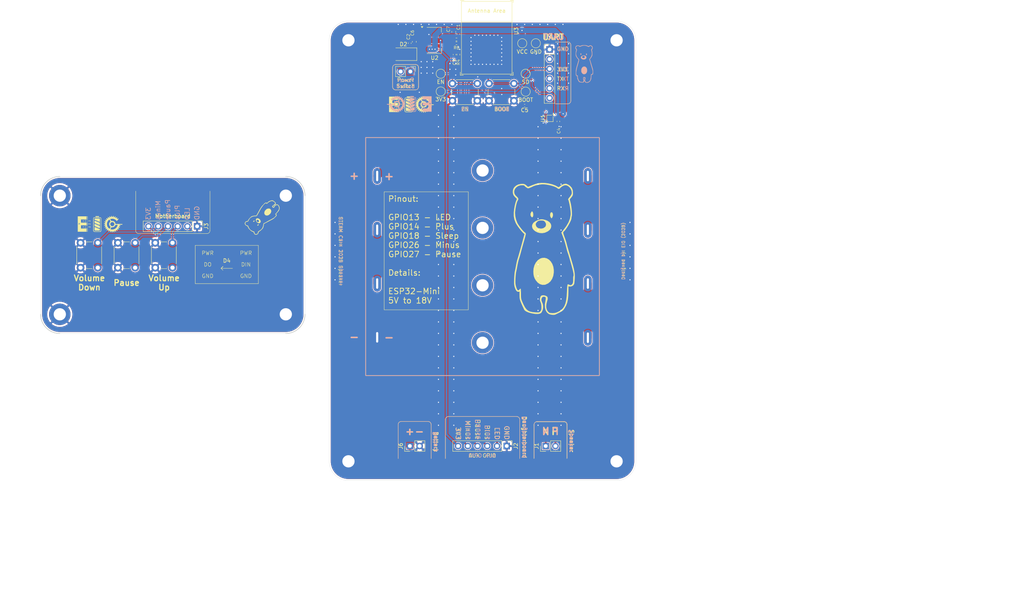
<source format=kicad_pcb>
(kicad_pcb (version 20241229) (generator "pcbnew") (generator_version "9.0")
  (layers (0 "F.Cu" signal) (2 "B.Cu" signal) (13 "F.Paste" user) (15 "B.Paste" user) (5 "F.SilkS" user "F.Silkscreen") (7 "B.SilkS" user "B.Silkscreen") (1 "F.Mask" user) (3 "B.Mask" user) (25 "Edge.Cuts" user))
  (net 0 "")
  (net 1 "GND")
  (net 2 "+3V3")
  (net 3 "VCC")
  (net 4 "/EN")
  (net 5 "Net-(J1-Pin_2)")
  (net 6 "Net-(J1-Pin_1)")
  (net 7 "+BATT")
  (net 8 "/RXD")
  (net 9 "/TXD")
  (net 10 "/BOOT0")
  (net 11 "/SLEEP")
  (net 13 "/BCLK")
  (net 14 "/DIN")
  (net 15 "/WS")
  (net 32 "Net-(U3-SENSOR_VP{slash}GPIO36{slash}ADC1_CH0)")
  (net 34 "/AUX_2")
  (net 35 "/AUX_3")
  (net 36 "/AUX_1")
  (net 37 "/AUX_4")
  (net 38 "Net-(D2-A)")
  (net 39 "/Plus")
  (net 40 "/Minus")
  (net 42 "/Pause")
  (net 43 "/LED")
  (net 46 "unconnected-(U3-GPIO2{slash}ADC2_CH2-Pad20)")
  (net 47 "Net-(H7-Pad1)")
  (net 48 "Net-(H10-Pad1)")
  (net 49 "Net-(H11-Pad1)")
  (footprint "MountingHole:MountingHole_2.7mm_Slot" (layer "F.Cu") (at 113 109.97 90)
    (property "Reference" "H8" (hide yes))
    (property "Value" "MountingHole_Pad")
  )
  (footprint "TestPoint:TestPoint_Pad_D2.0mm" (layer "F.Cu") (at 151.76 59.83)
    (property "Reference" "TP2" (hide yes))
    (property "Value" "BOOT")
  )
  (footprint "Capacitor_SMD:C_0603_1608Metric" (layer "F.Cu") (at 133 44.225 90)
    (property "Reference" "C7")
    (property "Value" "10uF")
  )
  (footprint "Connector_PinHeader_2.54mm:PinHeader_1x02_P2.54mm_Vertical" (layer "F.Cu") (at 156.995 152.425 90)
    (property "Reference" "J1")
    (property "Value" "SPK_L")
  )
  (footprint "MountingHole:MountingHole_2.7mm_Slot" (layer "F.Cu") (at 168 109.97 90)
    (property "Reference" "H11" (hide yes))
    (property "Value" "MountingHole_Pad")
  )
  (footprint "footprints:EIG" (layer "F.Cu") (at 34.819437 92.374175)
    (property "Reference" "REF**" (hide yes))
    (property "Value" "EIG" (hide yes))
  )
  (footprint "MountingHole:MountingHole_3.2mm_M3_DIN965_Pad" (layer "F.Cu") (at 105.5 156.415)
    (property "Reference" "H3" (hide yes))
    (property "Value" "MountingHole_Pad" (hide yes))
  )
  (footprint "Connector_PinHeader_2.54mm:PinHeader_1x06_P2.54mm_Vertical" (layer "F.Cu") (at 146.82 152.415 -90)
    (property "Reference" "J2")
    (property "Value" "Conn_01x06_Pin")
  )
  (footprint "Button_Switch_THT:SW_PUSH_6mm_H5mm" (layer "F.Cu") (at 55.07 105.83 90)
    (property "Reference" "+1")
    (property "Value" "SW_Push")
  )
  (footprint "TestPoint:TestPoint_Pad_D2.0mm" (layer "F.Cu") (at 154.42 47.2)
    (property "Reference" "TP6" (hide yes))
    (property "Value" "GND")
  )
  (footprint "MountingHole:MountingHole_2.7mm_Slot" (layer "F.Cu") (at 113 95.92 90)
    (property "Reference" "H7" (hide yes))
    (property "Value" "MountingHole_Pad")
  )
  (footprint "MountingHole:MountingHole_3.2mm_M3_DIN965_Pad" (layer "F.Cu") (at 89.15 87.01)
    (property "Reference" "H2" (hide yes))
    (property "Value" "MountingHole_Pad" (hide yes))
  )
  (footprint "Capacitor_SMD:C_0603_1608Metric" (layer "F.Cu") (at 122.7 46.8 90)
    (property "Reference" "C6")
    (property "Value" "10uF")
  )
  (footprint "Button_Switch_THT:SW_PUSH_6mm_H5mm" (layer "F.Cu") (at 132.64 57.71)
    (property "Reference" "SW1")
    (property "Value" "EN")
  )
  (footprint "Button_Switch_THT:SW_PUSH_6mm_H5mm" (layer "F.Cu") (at 142.2 57.71)
    (property "Reference" "SW2")
    (property "Value" "BOOT")
  )
  (footprint "Capacitor_SMD:C_0402_1005Metric" (layer "F.Cu") (at 151.5 63.5)
    (property "Reference" "C5")
    (property "Value" "1uF")
  )
  (footprint "Capacitor_SMD:C_0402_1005Metric" (layer "F.Cu") (at 134.2 44.8 90)
    (property "Reference" "C1")
    (property "Value" "1uF")
  )
  (footprint "Connector_PinHeader_2.54mm:PinHeader_1x02_P2.54mm_Vertical" (layer "F.Cu") (at 121.665 54.57 -90)
    (property "Reference" "J4" (hide yes))
    (property "Value" "SW" (hide yes))
  )
  (footprint "MountingHole:MountingHole_2.7mm_Slot" (layer "F.Cu") (at 168 81.87 90)
    (property "Reference" "H9" (hide yes))
    (property "Value" "MountingHole_Pad")
  )
  (footprint "Resistor_SMD:R_0402_1005Metric" (layer "F.Cu") (at 133.7 47.2 180)
    (property "Reference" "R6")
    (property "Value" "10K")
  )
  (footprint "MountingHole:MountingHole_3.2mm_M3_DIN965_Pad" (layer "F.Cu") (at 140.51 80.435)
    (property "Reference" "REF**" (hide yes))
    (property "Value" "MountingHole_3.2mm_M3_DIN965_Pad")
  )
  (footprint "MountingHole:MountingHole_3.2mm_M3_DIN965_Pad" (layer "F.Cu") (at 140.51 110.435)
    (property "Reference" "REF**" (hide yes))
    (property "Value" "MountingHole_3.2mm_M3_DIN965_Pad")
  )
  (footprint "Package_BGA:WLP-9_1.448x1.468mm_Layout3x3_P0.4mm_Ball0.27mm_Pad0.25mm" (layer "F.Cu") (at 158.1 66.817817 -90)
    (property "Reference" "U1")
    (property "Value" "MAX98357A")
  )
  (footprint "TestPoint:TestPoint_Pad_D2.0mm" (layer "F.Cu") (at 129.58 55.15)
    (property "Reference" "TP3" (hide yes))
    (property "Value" "EN")
  )
  (footprint "TestPoint:TestPoint_Pad_D2.0mm" (layer "F.Cu") (at 150.87 47.2)
    (property "Reference" "TP5" (hide yes))
    (property "Value" "VCC")
  )
  (footprint "Resistor_SMD:R_0402_1005Metric" (layer "F.Cu") (at 134.2 50.15 -90)
    (property "Reference" "R4")
    (property "Value" "5K1")
  )
  (footprint "Connector_PinHeader_2.54mm:PinHeader_1x02_P2.54mm_Vertical" (layer "F.Cu") (at 121.535 152.415 90)
    (property "Reference" "J6")
    (property "Value" "BATT")
  )
  (footprint "LOGO" (layer "F.Cu") (at 83.15 92.51 135)
    (property "Reference" "G***" (hide yes))
    (property "Value" "LOGO" (hide yes))
  )
  (footprint "MountingHole:MountingHole_2.7mm_Slot" (layer "F.Cu") (at 113 81.87 90)
    (property "Reference" "H5" (hide yes))
    (property "Value" "MountingHole_Pad")
  )
  (footprint "MountingHole:MountingHole_3.2mm_M3_DIN965_Pad" (layer "F.Cu") (at 89.15 118.01)
    (property "Reference" "H4" (hide yes))
    (property "Value" "MountingHole_Pad" (hide yes))
  )
  (footprint "MountingHole:MountingHole_3.2mm_M3_DIN965_Pad" (layer "F.Cu") (at 140.51 125.435)
    (property "Reference" "REF**" (hide yes))
    (property "Value" "MountingHole_3.2mm_M3_DIN965_Pad")
  )
  (footprint "footprints:EIG" (layer "F.Cu") (at 116.089437 61.104175)
    (property "Reference" "REF**" (hide yes))
    (property "Value" "EIG" (hide yes))
  )
  (footprint "Diode_SMD:D_SMA" (layer "F.Cu") (at 119.85 50.05 180)
    (property "Reference" "D2")
    (property "Value" "SS14")
  )
  (footprint "MountingHole:MountingHole_3.2mm_M3_DIN965_Pad" (layer "F.Cu") (at 105.5 46.415)
    (property "Reference" "H1" (hide yes))
    (property "Value" "MountingHole_Pad" (hide yes))
  )
  (footprint "MountingHole:MountingHole_2.7mm_Slot" (layer "F.Cu") (at 168 95.92 90)
    (property "Reference" "H10" (hide yes))
    (property "Value" "MountingHole_Pad")
  )
  (footprint "Capacitor_SMD:C_0402_1005Metric" (layer "F.Cu") (at 121.5 47.18 90)
    (property "Reference" "C2")
    (property "Value" "1uF")
  )
  (footprint "Connector_PinHeader_2.54mm:PinHeader_1x06_P2.54mm_Vertical" (layer "F.Cu") (at 66 95.01 -90)
    (property "Reference" "J3")
    (property "Value" "Conn_01x06_Pin")
  )
  (footprint "Capacitor_SMD:C_0402_1005Metric" (layer "F.Cu") (at 160.3 67.617817 -90)
    (property "Reference" "C4")
    (property "Value" "0.1uF")
  )
  (footprint "Button_Switch_THT:SW_PUSH_6mm_H5mm" (layer "F.Cu") (at 45.32 105.83 90)
    (property "Reference" "Pause1")
    (property "Value" "SW_Push")
  )
  (footprint "Connector_PinHeader_2.54mm:PinHeader_1x06_P2.54mm_Vertical" (layer "F.Cu") (at 158 48.806)
    (property "Reference" "J7" (hide yes))
    (property "Value" "Conn_01x06_Pin")
  )
  (footprint "" (layer "F.Cu") (at 30.15 118.01)
    (property "Reference" "")
    (property "Value" "")
  )
  (footprint "MountingHole:MountingHole_3.2mm_M3_DIN965_Pad" (layer "F.Cu") (at 140.51 95.435)
    (property "Reference" "REF**" (hide yes))
    (property "Value" "MountingHole_3.2mm_M3_DIN965_Pad")
  )
  (footprint "LED_SMD:2812b 60pm" (layer "F.Cu") (at 73.75 105)
    (property "Reference" "D4")
    (property "Value" "WS2812B")
  )
  (footprint "TestPoint:TestPoint_Pad_D2.0mm" (layer "F.Cu") (at 129.58 59.79)
    (property "Reference" "TP4" (hide yes))
    (property "Value" "3V3")
  )
  (footprint "TestPoint:TestPoint_Pad_D2.0mm" (layer "F.Cu") (at 151.76 55.16)
    (property "Reference" "TP1" (hide yes))
    (property "Value" "SD")
  )
  (footprint "Button_Switch_THT:SW_PUSH_6mm_H5mm" (layer "F.Cu") (at 35.57 105.83 90)
    (property "Reference" "-1")
    (property "Value" "SW_Push")
  )
  (footprint "MountingHole:MountingHole_2.7mm_Slot" (layer "F.Cu") (at 113 124.02 90)
    (property "Reference" "H6" (hide yes))
    (property "Value" "MountingHole_Pad")
  )
  (footprint "MountingHole:MountingHole_3.2mm_M3_DIN965_Pad" (layer "F.Cu") (at 175.5 156.415)
    (property "Reference" "H4" (hide yes))
    (property "Value" "MountingHole_Pad" (hide yes))
  )
  (footprint "Capacitor_SMD:C_0402_1005Metric" (layer "F.Cu") (at 133.2 50.15 -90)
    (property "Reference" "C3")
    (property "Value" "1uF")
  )
  (footprint "MountingHole:MountingHole_2.7mm_Slot" (layer "F.Cu") (at 168 124.12 90)
    (property "Reference" "H12" (hide yes))
    (property "Value" "MountingHole_Pad")
  )
  (footprint "MountingHole:MountingHole_3.2mm_M3_DIN965_Pad" (layer "F.Cu") (at 175.5 46.415)
    (property "Reference" "H2" (hide yes))
    (property "Value" "MountingHole_Pad" (hide yes))
  )
  (footprint "Package_TO_SOT_SMD:SOT-223-3_TabPin2" (layer "F.Cu") (at 127.85 46.45)
    (property "Reference" "U2")
    (property "Value" "LDL1117S33TR_SOT223")
  )
  (footprint "Resistor_SMD:R_0402_1005Metric" (layer "F.Cu") (at 133.7 46.2)
    (property "Reference" "R5" (hide yes))
    (property "Value" "10K")
  )
  (footprint "" (layer "F.Cu") (at 30.15 87.01)
    (property "Reference" "")
    (property "Value" "")
  )
  (footprint "PCM_Espressif:ESP32-MINI-1" (layer "F.Cu") (at 141.6 48.45)
    (property "Reference" "U3")
    (property "Value" "ESP32" (hide yes))
  )
  (footprint "LOGO" (layer "B.Cu") (at 167 52.5 180)
    (property "Reference" "G***" (hide yes))
    (property "Value" "LOGO" (hide yes))
  )
  (footprint "footprints:Bear_40" (layer "B.Cu") (at 154.219893 98.306022 180)
    (property "Reference" "G***" (hide yes))
    (property "Value" "LOGO" (hide yes))
  )
  (footprint "footprints:EIG" (layer "B.Cu") (at 127.220563 61.004175 180)
    (property "Reference" "REF**" (hide yes))
    (property "Value" "EIG" (hide yes))
  )
  (gr_line (start 162.53 155.705) (end 162.53 146.885) (stroke (width 0.1)) (layer "F.SilkS"))
  (gr_arc (start 122.9743 52.76) (mid 123.539985 52.994315) (end 123.7743 53.56) (stroke (width 0.1)) (layer "F.SilkS"))
  (gr_arc (start 123.7743 58.58) (mid 123.539985 59.145685) (end 122.9743 59.38) (stroke (width 0.1)) (layer "F.SilkS"))
  (gr_line (start 162.74 46.89) (end 159.52 46.89) (stroke (width 0.1)) (layer "F.SilkS"))
  (gr_arc (start 130.82 145.515) (mid 131.054315 144.949315) (end 131.62 144.715) (stroke (width 0.1)) (layer "F.SilkS"))
  (gr_line (start 150.22 145.515) (end 150.22 155.705) (stroke (width 0.1)) (layer "F.SilkS"))
  (gr_line (start 159.52 63.024315) (end 162.74 63.024315) (stroke (width 0.1)) (layer "F.SilkS"))
  (gr_line (start 123.774315 53.56) (end 123.774315 58.58) (stroke (width 0.1)) (layer "F.SilkS"))
  (gr_line (start 49.96 96.12) (end 49.96 85.82) (stroke (width 0.1)) (layer "F.SilkS"))
  (gr_line (start 118.475 146.815) (end 118.475 155.705) (stroke (width 0.1)) (layer "F.SilkS"))
  (gr_arc (start 50.76 96.92) (mid 50.194315 96.685685) (end 49.96 96.12) (stroke (width 0.1)) (layer "F.SilkS"))
  (gr_arc (start 162.74 46.89) (mid 163.305685 47.124315) (end 163.54 47.69) (stroke (width 0.1)) (layer "F.SilkS"))
  (gr_arc (start 117.805686 59.38) (mid 117.240001 59.145685) (end 117.005686 58.58) (stroke (width 0.1)) (layer "F.SilkS"))
  (gr_line (start 122.9743 59.38) (end 117.8057 59.38) (stroke (width 0.1)) (layer "F.SilkS"))
  (gr_arc (start 117.0057 53.56) (mid 117.240015 52.994315) (end 117.8057 52.76) (stroke (width 0.1)) (layer "F.SilkS"))
  (gr_line (start 126.275 146.015) (end 119.275 146.015) (stroke (width 0.1)) (layer "F.SilkS"))
  (gr_line (start 161.73 146.085) (end 154.73 146.085) (stroke (width 0.1)) (layer "F.SilkS"))
  (gr_arc (start 69.36 96.12) (mid 69.125685 96.685685) (end 68.56 96.92) (stroke (width 0.1)) (layer "F.SilkS"))
  (gr_line (start 153.93 146.885) (end 153.93 155.705) (stroke (width 0.1)) (layer "F.SilkS"))
  (gr_line (start 69.36 85.82) (end 69.36 96.12) (stroke (width 0.1)) (layer "F.SilkS"))
  (gr_line (start 117.0057 53.56) (end 117.005686 58.58) (stroke (width 0.1)) (layer "F.SilkS"))
  (gr_line (start 127.08 155.705) (end 127.08 146.815) (stroke (width 0.1)) (layer "F.SilkS"))
  (gr_arc (start 161.73 146.085) (mid 162.295685 146.319315) (end 162.53 146.885) (stroke (width 0.1)) (layer "F.SilkS"))
  (gr_arc (start 118.475 146.815) (mid 118.709315 146.249315) (end 119.275 146.015) (stroke (width 0.1)) (layer "F.SilkS"))
  (gr_arc (start 153.93 146.885) (mid 154.164315 146.319315) (end 154.73 146.085) (stroke (width 0.1)) (layer "F.SilkS"))
  (gr_arc (start 126.275 146.015) (mid 126.840685 146.249315) (end 127.075 146.815) (stroke (width 0.1)) (layer "F.SilkS"))
  (gr_arc (start 149.42 144.715) (mid 149.985685 144.949315) (end 150.22 145.515) (stroke (width 0.1)) (layer "F.SilkS"))
  (gr_line (start 68.56 96.92) (end 50.76 96.92) (stroke (width 0.1)) (layer "F.SilkS"))
  (gr_line (start 163.54 62.224315) (end 163.54 47.69) (stroke (width 0.1)) (layer "F.SilkS"))
  (gr_arc (start 163.54 62.224315) (mid 163.305685 62.79) (end 162.74 63.024315) (stroke (width 0.1)) (layer "F.SilkS"))
  (gr_line (start 131.62 144.715) (end 149.42 144.715) (stroke (width 0.1)) (layer "F.SilkS"))
  (gr_line (start 122.9743 52.76) (end 117.8057 52.76) (stroke (width 0.1)) (layer "F.SilkS"))
  (gr_line (start 130.82 155.705) (end 130.82 145.515) (stroke (width 0.1)) (layer "F.SilkS"))
  (gr_line (start 154.8 145.99) (end 161.8 145.99) (stroke (width 0.1)) (layer "B.SilkS"))
  (gr_arc (start 161.8 145.99) (mid 162.365685 146.224315) (end 162.6 146.79) (stroke (width 0.1)) (layer "B.SilkS"))
  (gr_arc (start 126.3 146) (mid 126.865685 146.234315) (end 127.1 146.8) (stroke (width 0.1)) (layer "B.SilkS"))
  (gr_arc (start 117.865699 59.334315) (mid 117.300011 59.100001) (end 117.065699 58.534315) (stroke (width 0.1)) (layer "B.SilkS"))
  (gr_line (start 162.785685 63) (end 159.565685 63) (stroke (width 0.1)) (layer "B.SilkS"))
  (gr_arc (start 118.495 146.8) (mid 118.729315 146.234315) (end 119.295 146) (stroke (width 0.1)) (layer "B.SilkS"))
  (gr_line (start 154 155.61) (end 154 146.79) (stroke (width 0.1)) (layer "B.SilkS"))
  (gr_line (start 119.3 146) (end 126.3 146) (stroke (width 0.1)) (layer "B.SilkS"))
  (gr_line (start 163.585685 47.665685) (end 163.585685 62.2) (stroke (width 0.1)) (layer "B.SilkS"))
  (gr_arc (start 149.4 144.7) (mid 149.965685 144.934315) (end 150.2 145.5) (stroke (width 0.1)) (layer "B.SilkS"))
  (gr_line (start 117.865699 59.334315) (end 123.034299 59.334315) (stroke (width 0.1)) (layer "B.SilkS"))
  (gr_line (start 130.8 145.5) (end 130.8 155.69) (stroke (width 0.1)) (layer "B.SilkS"))
  (gr_line (start 150.2 155.69) (end 150.2 145.5) (stroke (width 0.1)) (layer "B.SilkS"))
  (gr_line (start 159.565685 46.865685) (end 162.785685 46.865685) (stroke (width 0.1)) (layer "B.SilkS"))
  (gr_arc (start 162.785685 46.865685) (mid 163.35137 47.1) (end 163.585685 47.665685) (stroke (width 0.1)) (layer "B.SilkS"))
  (gr_arc (start 123.034299 52.714315) (mid 123.599984 52.94863) (end 123.834299 53.514315) (stroke (width 0.1)) (layer "B.SilkS"))
  (gr_line (start 162.6 146.79) (end 162.6 155.61) (stroke (width 0.1)) (layer "B.SilkS"))
  (gr_arc (start 123.834313 58.534315) (mid 123.599998 59.1) (end 123.034313 59.334315) (stroke (width 0.1)) (layer "B.SilkS"))
  (gr_line (start 117.865699 52.714315) (end 123.034299 52.714315) (stroke (width 0.1)) (layer "B.SilkS"))
  (gr_line (start 149.4 144.7) (end 131.6 144.7) (stroke (width 0.1)) (layer "B.SilkS"))
  (gr_arc (start 130.8 145.5) (mid 131.034315 144.934315) (end 131.6 144.7) (stroke (width 0.1)) (layer "B.SilkS"))
  (gr_line (start 127.1 146.8) (end 127.1 155.69) (stroke (width 0.1)) (layer "B.SilkS"))
  (gr_line (start 117.065684 53.514315) (end 117.065684 58.534315) (stroke (width 0.1)) (layer "B.SilkS"))
  (gr_arc (start 163.585685 62.2) (mid 163.35137 62.765685) (end 162.785685 63) (stroke (width 0.1)) (layer "B.SilkS"))
  (gr_rect (start 110 71.83) (end 171 134) (stroke (width 0.2)) (fill no) (layer "B.SilkS"))
  (gr_line (start 123.834299 53.514315) (end 123.834313 58.534315) (stroke (width 0.1)) (layer "B.SilkS"))
  (gr_line (start 118.495 155.69) (end 118.495 146.8) (stroke (width 0.1)) (layer "B.SilkS"))
  (gr_arc (start 154 146.79) (mid 154.234315 146.224315) (end 154.8 145.99) (stroke (width 0.1)) (layer "B.SilkS"))
  (gr_arc (start 117.065699 53.514315) (mid 117.300008 52.94862) (end 117.865699 52.714315) (stroke (width 0.1)) (layer "B.SilkS"))
  (gr_arc (start 175.5 41.415) (mid 179.035534 42.879466) (end 180.5 46.415) (stroke (width 0.05)) (layer "Edge.Cuts"))
  (gr_line (start 105.5 161.415) (end 175.5 161.415) (stroke (width 0.05)) (layer "Edge.Cuts"))
  (gr_arc (start 100.5 46.415) (mid 101.964466 42.879466) (end 105.5 41.415) (stroke (width 0.05)) (layer "Edge.Cuts"))
  (gr_line (start 100.5 46.415) (end 100.5 156.415) (stroke (width 0.05)) (layer "Edge.Cuts"))
  (gr_arc (start 105.5 161.415) (mid 101.964466 159.950534) (end 100.5 156.415) (stroke (width 0.05)) (layer "Edge.Cuts"))
  (gr_arc (start 94.15 118.01) (mid 92.685534 121.545534) (end 89.15 123.01) (stroke (width 0.2)) (layer "Edge.Cuts"))
  (gr_line (start 175.5 41.415) (end 105.5 41.415) (stroke (width 0.05)) (layer "Edge.Cuts"))
  (gr_arc (start 25.15 87.01) (mid 26.614466 83.474466) (end 30.15 82.01) (stroke (width 0.2)) (layer "Edge.Cuts"))
  (gr_arc (start 180.5 156.415) (mid 179.035534 159.950534) (end 175.5 161.415) (stroke (width 0.05)) (layer "Edge.Cuts"))
  (gr_line (start 94.15 87.01) (end 94.15 118.01) (stroke (width 0.05)) (layer "Edge.Cuts"))
  (gr_line (start 180.5 156.415) (end 180.5 46.415) (stroke (width 0.05)) (layer "Edge.Cuts"))
  (gr_line (start 30.15 82.01) (end 89.15 82.01) (stroke (width 0.05)) (layer "Edge.Cuts"))
  (gr_line (start 30.15 123.01) (end 89.15 123.01) (stroke (width 0.05)) (layer "Edge.Cuts"))
  (gr_arc (start 30.15 123.01) (mid 26.614466 121.545534) (end 25.15 118.01) (stroke (width 0.2)) (layer "Edge.Cuts"))
  (gr_arc (start 89.15 82.01) (mid 92.685534 83.474466) (end 94.15 87.01) (stroke (width 0.2)) (layer "Edge.Cuts"))
  (gr_line (start 25.15 87.01) (end 25.15 118.01) (stroke (width 0.05)) (layer "Edge.Cuts"))
  (gr_text "Battery" (at 127.77 151.305 270) (layer "F.SilkS") (effects (font (size 1 1) (thickness 0.2) (bold yes)) (justify bottom)))
  (gr_text "Power\nSwitch" (at 120.425 57.57 0) (layer "F.SilkS") (effects (font (size 1 1))))
  (gr_text "Designed by: EIG (2025)\n\n" (at 179 101.5 90) (layer "F.SilkS") (effects (font (size 0.8 0.8) (thickness 0.1)) (justify bottom)))
  (gr_text "Daughterboard" (at 150.88 150.115 270) (layer "F.SilkS") (effects (font (size 1 1) (thickness 0.2) (bold yes)) (justify bottom)))
  (gr_text "Volume\nUp" (at 57.37 109.77 0) (layer "F.SilkS") (effects (font (size 1.5 1.5) (thickness 0.3) (bold yes))))
  (gr_text "Volume\nDown" (at 37.87 109.77 0) (layer "F.SilkS") (effects (font (size 1.5 1.5) (thickness 0.3) (bold yes))))
  (gr_text "STEAM Carn 2025 Speaker\n\n" (at 101.5 101.5 270) (layer "F.SilkS") (effects (font (size 0.9 0.9) (thickness 0.1125)) (justify bottom)))
  (gr_text "3V3" (at 134.13 147.375 270) (layer "F.SilkS") (effects (font (size 1.2 1.2)) (justify left)))
  (gr_text "+" (at 121.54 148.615 0) (layer "F.SilkS") (effects (font (size 1.8 1.8) (thickness 0.36) (bold yes))))
  (gr_text "GND" (at 159.85 48.69 0) (layer "F.SilkS") (effects (font (size 1 1)) (justify left)))
  (gr_text "N" (at 157 148.6 -0) (layer "F.SilkS") (effects (font (size 1.8 1.8) (thickness 0.36) (bold yes))))
  (gr_text "GND" (at 146.82 147.025 270) (layer "F.SilkS") (effects (font (size 1.2 1.2)) (justify left)))
  (gr_text "TX" (at 159.85 56.5 0) (layer "F.SilkS") (effects (font (size 1 1)) (justify left)))
  (gr_text "AUX GPIO" (at 140.47 155.515 0) (layer "F.SilkS") (effects (font (size 1 1) (thickness 0.125)) (justify bottom)))
  (gr_text "UART" (at 156 46.45 0) (layer "F.SilkS") (effects (font (size 1.5 1.5) (thickness 0.3) (bold yes)) (justify left bottom)))
  (gr_text "-" (at 124.04 148.615 0) (layer "F.SilkS") (effects (font (size 1.8 1.8) (thickness 0.36) (bold yes))))
  (gr_text "RX" (at 159.85 59 0) (layer "F.SilkS") (effects (font (size 1 1)) (justify left)))
  (gr_text "3V3" (at 159.83 54 0) (layer "F.SilkS") (effects (font (size 1 1)) (justify left)))
  (gr_text "Minus" (at 136.67 145.605 270) (layer "F.SilkS") (effects (font (size 1.2 1.2)) (justify left)))
  (gr_text "Plus" (at 141.72 146.795 270) (layer "F.SilkS") (effects (font (size 1.2 1.2)) (justify left)))
  (gr_text "P" (at 159.4 148.6 -0) (layer "F.SilkS") (effects (font (size 1.8 1.8) (thickness 0.36) (bold yes))))
  (gr_text "Pause" (at 47.58 109.78 0) (layer "F.SilkS") (effects (font (size 1.5 1.5) (thickness 0.3) (bold yes))))
  (gr_text "Pause" (at 139.22 145.315 270) (layer "F.SilkS") (effects (font (size 1.2 1.2)) (justify left)))
  (gr_text "LED" (at 144.295 147.435 270) (layer "F.SilkS") (effects (font (size 1.2 1.2)) (justify left)))
  (gr_text "Speaker" (at 163.2 148 270) (layer "F.SilkS") (effects (font (size 1 1) (thickness 0.2) (bold yes)) (justify left bottom)))
  (gr_text "Motherboard" (at 59.65 92.95 0) (layer "F.SilkS") (effects (font (size 1 1) (thickness 0.2) (bold yes)) (justify bottom)))
  (gr_text "Speaker" (at 164.1 148 -270) (layer "B.SilkS") (effects (font (size 1 1) (thickness 0.2) (bold yes)) (justify left bottom mirror)))
  (gr_text "Pause" (at 58.35 87.9 -270) (layer "B.SilkS") (effects (font (size 1.2 1.2)) (justify left mirror)))
  (gr_text "Battery" (at 128.7 151.3 -270) (layer "B.SilkS") (effects (font (size 1 1) (thickness 0.2) (bold yes)) (justify bottom mirror)))
  (gr_text "TX" (at 163.097618 56.52 -0) (layer "B.SilkS") (effects (font (size 1 1)) (justify left mirror)))
  (gr_text "RX" (at 163.097618 59.02 -0) (layer "B.SilkS") (effects (font (size 1 1)) (justify left mirror)))
  (gr_text "LED" (at 63.425 90.02 -270) (layer "B.SilkS") (effects (font (size 1.2 1.2)) (justify left mirror)))
  (gr_text "3V3" (at 134.3 147.4 -270) (layer "B.SilkS") (effects (font (size 1.2 1.2)) (justify left mirror)))
  (gr_text "-" (at 105.5 123.9 0) (layer "B.SilkS") (effects (font (size 2 2) (thickness 0.4) (bold yes)) (justify left)))
  (gr_text "-" (at 124 148.6 -0) (layer "B.SilkS") (effects (font (size 1.8 1.8) (thickness 0.36) (bold yes)) (justify mirror)))
  (gr_text "Minus" (at 136.7 145.6 -270) (layer "B.SilkS") (effects (font (size 1.2 1.2)) (justify left mirror)))
  (gr_text "UART" (at 162 46.4 -0) (layer "B.SilkS") (effects (font (size 1.5 1.5) (thickness 0.3) (bold yes)) (justify left bottom mirror)))
  (gr_text "Minus" (at 55.8 88.19 -270) (layer "B.SilkS") (effects (font (size 1.2 1.2)) (justify left mirror)))
  (gr_text "+" (at 105.5 81.8 0) (layer "B.SilkS") (effects (font (size 2 2) (thickness 0.4) (bold yes)) (justify left)))
  (gr_text "STEAM Carn 2025 Speaker\n\n" (at 105.5 101.5 -270) (layer "B.SilkS") (effects (font (size 0.9 0.9) (thickness 0.1125)) (justify bottom mirror)))
  (gr_text "Designed by: EIG (2025)\n\n" (at 175.5 101.5 -90) (layer "B.SilkS") (effects (font (size 0.8 0.8) (thickness 0.1)) (justify bottom mirror)))
  (gr_text "Daughterboard" (at 151.9 150.1 -270) (layer "B.SilkS") (effects (font (size 1 1) (thickness 0.2) (bold yes)) (justify bottom mirror)))
  (gr_text "AUX GPIO" (at 140.4 155.5 -0) (layer "B.SilkS") (effects (font (size 1 1) (thickness 0.125)) (justify bottom mirror)))
  (gr_text "GND" (at 163.097618 48.71 -0) (layer "B.SilkS") (effects (font (size 1 1)) (justify left mirror)))
  (gr_text "+" (at 121.5 148.6 -0) (layer "B.SilkS") (effects (font (size 1.8 1.8) (thickness 0.36) (bold yes)) (justify mirror)))
  (gr_text "BOOT" (at 145.6 64.4 -0) (layer "B.SilkS") (effects (font (size 1 1)) (justify mirror)))
  (gr_text "-" (at 114.6 124 0) (layer "B.SilkS") (effects (font (size 2 2) (thickness 0.4) (bold yes)) (justify left)))
  (gr_text "3V3" (at 163.117618 54.02 -0) (layer "B.SilkS") (effects (font (size 1 1)) (justify left mirror)))
  (gr_text "GND" (at 65.95 89.61 -270) (layer "B.SilkS") (effects (font (size 1.2 1.2)) (justify left mirror)))
  (gr_text "Plus" (at 141.8 146.8 -270) (layer "B.SilkS") (effects (font (size 1.2 1.2)) (justify left mirror)))
  (gr_text "Plus" (at 60.85 89.38 -270) (layer "B.SilkS") (effects (font (size 1.2 1.2)) (justify left mirror)))
  (gr_text "3V3" (at 53.26 89.96 -270) (layer "B.SilkS") (effects (font (size 1.2 1.2)) (justify left mirror)))
  (gr_text "GND" (at 146.9 147 -270) (layer "B.SilkS") (effects (font (size 1.2 1.2)) (justify left mirror)))
  (gr_text "Pause" (at 139.3 145.3 -270) (layer "B.SilkS") (effects (font (size 1.2 1.2)) (justify left mirror)))
  (gr_text "EN" (at 135.9 64.4 -0) (layer "B.SilkS") (effects (font (size 1 1)) (justify mirror)))
  (gr_text "+" (at 114.6 81.9 0) (layer "B.SilkS") (effects (font (size 2 2) (thickness 0.4) (bold yes)) (justify left)))
  (gr_text "N" (at 157 148.6 0) (layer "B.SilkS") (effects (font (size 1.8 1.8) (thickness 0.36) (bold yes)) (justify mirror)))
  (gr_text "P" (at 159.5 148.6 0) (layer "B.SilkS") (effects (font (size 1.8 1.8) (thickness 0.36) (bold yes)) (justify mirror)))
  (gr_text "LED" (at 144.4 147.4 -270) (layer "B.SilkS") (effects (font (size 1.2 1.2)) (justify left mirror)))
  (gr_text "Power\nSwitch" (at 120.4 57.6 -0) (layer "B.SilkS") (effects (font (size 1 1)) (justify mirror)))
  (gr_text_box "Pinout:\n\nGPIO13 - LED\nGPIO14 - Plus\nGPIO18 - Sleep\nGPIO26 - Minus\nGPIO27 - Pause\n\nDetails:\n\nESP32-Mini\n5V to 18V\n" (start 114.815 86.005) (end 136.805 116.825) (margins 1.0025 1.0025 1.0025 1.0025) (layer "F.SilkS") (effects (font (size 1.5 1.5) (thickness 0.2) (bold yes)) (justify left top)) (border yes) (stroke (width 0.1)))
  (via (at 102 97) (size 0.6) (drill 0.3) (layers "F.Cu" "B.Cu") (net 1))
  (via (at 160.085 49.95) (size 0.6) (drill 0.3) (layers "F.Cu" "B.Cu") (net 1))
  (via (at 179 97) (size 0.6) (drill 0.3) (layers "F.Cu" "B.Cu") (net 1))
  (via (at 129 66) (size 0.6) (drill 0.3) (layers "F.Cu" "B.Cu") (net 1))
  (via (at 133 135) (size 0.6) (drill 0.3) (layers "F.Cu" "B.Cu") (net 1))
  (via (at 161 111) (size 0.6) (drill 0.3) (layers "F.Cu" "B.Cu") (net 1))
  (via (at 144.5 45.1) (size 0.6) (drill 0.3) (layers "F.Cu" "B.Cu") (net 1))
  (via (at 161 147) (size 0.6) (drill 0.3) (layers "F.Cu" "B.Cu") (net 1))
  (via (at 129 141) (size 0.6) (drill 0.3) (layers "F.Cu" "B.Cu") (net 1))
  (via (at 129 90) (size 0.6) (drill 0.3) (layers "F.Cu" "B.Cu") (net 1))
  (via (at 156.35 68.017817) (size 0.6) (drill 0.3) (layers "F.Cu" "B.Cu") (net 1))
  (via (at 161 108) (size 0.6) (drill 0.3) (layers "F.Cu" "B.Cu") (net 1))
  (via (at 129 132) (size 0.6) (drill 0.3) (layers "F.Cu" "B.Cu") (net 1))
  (via (at 124.5 42.27) (size 0.6) (drill 0.3) (layers "F.Cu" "B.Cu") (net 1))
  (via (at 129 123) (size 0.6) (drill 0.3) (layers "F.Cu" "B.Cu") (net 1))
  (via (at 126 53.5) (size 0.6) (drill 0.3) (layers "F.Cu" "B.Cu") (net 1))
  (via (at 127.5 52) (size 0.6) (drill 0.3) (layers "F.Cu" "B.Cu") (net 1))
  (via (at 133 141) (size 0.6) (drill 0.3) (layers "F.Cu" "B.Cu") (net 1))
  (via (at 155 117) (size 0.6) (drill 0.3) (layers "F.Cu" "B.Cu") (net 1))
  (via (at 129 78) (size 0.6) (drill 0.3) (layers "F.Cu" "B.Cu") (net 1))
  (via (at 141.5 52.7) (size 0.6) (drill 0.3) (layers "F.Cu" "B.Cu") (net 1))
  (via (at 133 99) (size 0.6) (drill 0.3) (layers "F.Cu" "B.Cu") (net 1))
  (via (at 145.5 46.7) (size 0.6) (drill 0.3) (layers "F.Cu" "B.Cu") (net 1))
  (via (at 155 120) (size 0.6) (drill 0.3) (layers "F.Cu" "B.Cu") (net 1))
  (via (at 133 78) (size 0.6) (drill 0.3) (layers "F.Cu" "B.Cu") (net 1))
  (via (at 138.5 45.1) (size 0.6) (drill 0.3) (layers "F.Cu" "B.Cu") (net 1))
  (via (at 140.5 45.1) (size 0.6) (drill 0.3) (layers "F.Cu" "B.Cu") (net 1))
  (via (at 161.5 42.27) (size 0.6) (drill 0.3) (layers "F.Cu" "B.Cu") (net 1))
  (via (at 129 147) (size 0.6) (drill 0.3) (layers "F.Cu" "B.Cu") (net 1))
  (via (at 161 132) (size 0.6) (drill 0.3) (layers "F.Cu" "B.Cu") (net 1))
  (via (at 119 60) (size 0.6) (drill 0.3) (layers "F.Cu" "B.Cu") (net 1))
  (via (at 144.5 52.7) (size 0.6) (drill 0.3) (layers "F.Cu" "B.Cu") (net 1))
  (via (at 155 138) (size 0.6) (drill 0.3) (layers "F.Cu" "B.Cu") (net 1))
  (via (at 155 141) (size 0.6) (drill 0.3) (layers "F.Cu" "B.Cu") (net 1))
  (via (at 156.35 66.017817) (size 0.6) (drill 0.3) (layers "F.Cu" "B.Cu") (net 1))
  (via (at 142.5 52.7) (size 0.6) (drill 0.3) (layers "F.Cu" "B.Cu") (net 1))
  (via (at 129 102) (size 0.6) (drill 0.3) (layers "F.Cu" "B.Cu") (net 1))
  (via (at 137.5 49.7) (size 0.6) (drill 0.3) (layers "F.Cu" "B.Cu") (net 1))
  (via (at 155 144) (size 0.6) (drill 0.3) (layers "F.Cu" "B.Cu") (net 1))
  (via (at 155 114) (size 0.6) (drill 0.3) (layers "F.Cu" "B.Cu") (net 1))
  (via (at 145.5 48.7) (size 0.6) (drill 0.3) (layers "F.Cu" "B.Cu") (net 1))
  (via (at 129 108) (size 0.6) (drill 0.3) (layers "F.Cu" "B.Cu") (net 1))
  (via (at 139.5 52.7) (size 0.6) (drill 0.3) (layers "F.Cu" "B.Cu") (net 1))
  (via (at 161 99) (size 0.6) (drill 0.3) (layers "F.Cu" "B.Cu") (net 1))
  (via (at 129 129) (size 0.6) (drill 0.3) (layers "F.Cu" "B.Cu") (net 1))
  (via (at 157.5 42.27) (size 0.6) (drill 0.3) (layers "F.Cu" "B.Cu") (net 1))
  (via (at 129 87) (size 0.6) (drill 0.3) (layers "F.Cu" "B.Cu") (net 1))
  (via (at 162.96 47.33) (size 0.6) (drill 0.3) (layers "F.Cu" "B.Cu") (net 1))
  (via (at 133 81) (size 0.6) (drill 0.3) (layers "F.Cu" "B.Cu") (net 1))
  (via (at 161 135) (size 0.6) (drill 0.3) (layers "F.Cu" "B.Cu") (net 1))
  (via (at 127.5 55) (size 0.6) (drill 0.3) (layers "F.Cu" "B.Cu") (net 1))
  (via (at 155.5 42.27) (size 0.6) (drill 0.3) (layers "F.Cu" "B.Cu") (net 1))
  (via (at 162.96 49.95) (size 0.6) (drill 0.3) (layers "F.Cu" "B.Cu") (net 1))
  (via (at 129 81) (size 0.6) (drill 0.3) (layers "F.Cu" "B.Cu") (net 1))
  (via (at 179 103) (size 0.6) (drill 0.3) (layers "F.Cu" "B.Cu") (net 1))
  (via (at 161 102) (size 0.6) (drill 0.3) (layers "F.Cu" "B.Cu") (net 1))
  (via (at 130.5 42.27) (size 0.6) (drill 0.3) (layers "F.Cu" "B.Cu") (net 1))
  (via (at 153.5 42.27) (size 0.6) (drill 0.3) (layers "F.Cu" "B.Cu") (net 1))
  (via (at 160.085 55) (size 0.6) (drill 0.3) (layers "F.Cu" "B.Cu") (net 1))
  (via (at 155 75) (size 0.6) (drill 0.3) (layers "F.Cu" "B.Cu") (net 1))
  (via (at 179 100) (size 0.6) (drill 0.3) (layers "F.Cu" "B.Cu") (net 1))
  (via (at 143.5 45.1) (size 0.6) (drill 0.3) (layers "F.Cu" "B.Cu") (net 1))
  (via (at 161 120) (size 0.6) (drill 0.3) (layers "F.Cu" "B.Cu") (net 1))
  (via (at 161 87) (size 0.6) (drill 0.3) (layers "F.Cu" "B.Cu") (net 1))
  (via (at 129 93) (size 0.6) (drill 0.3) (layers "F.Cu" "B.Cu") (net 1))
  (via (at 145.5 47.7) (size 0.6) (drill 0.3) (layers "F.Cu" "B.Cu") (net 1))
  (via (at 162.96 55) (size 0.6) (drill 0.3) (layers "F.Cu" "B.Cu") (net 1))
  (via (at 129 72) (size 0.6) (drill 0.3) (layers "F.Cu" "B.Cu") (net 1))
  (via (at 143.5 52.7) (size 0.6) (drill 0.3) (layers "F.Cu" "B.Cu") (net 1))
  (via (at 161 96) (size 0.6) (drill 0.3) (layers "F.Cu" "B.Cu") (net 1))
  (via (at 155 123) (size 0.6) (drill 0.3) (layers "F.Cu" "B.Cu") (net 1))
  (via (at 149.5 42.27) (size 0.6) (drill 0.3) (layers "F.Cu" "B.Cu") (net 1))
  (via (at 145.525 60.575) (size 0.6) (drill 0.3) (layers "F.Cu" "B.Cu") (net 1))
  (via (at 161 72) (size 0.6) (drill 0.3) (layers "F.Cu" "B.Cu") (net 1))
  (via (at 162.96 57.625) (size 0.6) (drill 0.3) (layers "F.Cu" "B.Cu") (net 1))
  (via (at 145.5 49.7) (size 0.6) (drill 0.3) (layers "F.Cu" "B.Cu") (net 1))
  (via (at 133 126) (size 0.6) (drill 0.3) (layers "F.Cu" "B.Cu") (net 1))
  (via (at 129 105) (size 0.6) (drill 0.3) (layers "F.Cu" "B.Cu") (net 1))
  (via (at 133 96) (size 0.6) (drill 0.3) (layers "F.Cu" "B.Cu") (net 1))
  (via (at 145.5 52.7) (size 0.6) (drill 0.3) (layers "F.Cu" "B.Cu") (net 1))
  (via (at 102 103) (size 0.6) (drill 0.3) (layers "F.Cu" "B.Cu") (net 1))
  (via (at 129 111) (size 0.6) (drill 0.3) (layers "F.Cu" "B.Cu") (net 1))
  (via (at 155 102) (size 0.6) (drill 0.3) (layers "F.Cu" "B.Cu") (net 1))
  (via (at 126 52) (size 0.6) (drill 0.3) (layers "F.Cu" "B.Cu") (net 1))
  (via (at 179 106) (size 0.6) (drill 0.3) (layers "F.Cu" "B.Cu") (net 1))
  (via (at 137.5 46.7) (size 0.6) (drill 0.3) (layers "F.Cu" "B.Cu") (net 1))
  (via (at 102 106) (size 0.6) (drill 0.3) (layers "F.Cu" "B.Cu") (net 1))
  (via (at 129 75) (size 0.6) (drill 0.3) (layers "F.Cu" "B.Cu") (net 1))
  (via (at 161 90) (size 0.6) (drill 0.3) (layers "F.Cu" "B.Cu") (net 1))
  (via (at 133 129) (size 0.6) (drill 0.3) (layers "F.Cu" "B.Cu") (net 1))
  (via (at 155 135) (size 0.6) (drill 0.3) (layers "F.Cu" "B.Cu") (net 1))
  (via (at 133 120) (size 0.6) (drill 0.3) (layers "F.Cu" "B.Cu") (net 1))
  (via (at 155 87) (size 0.6) (drill 0.3) (layers "F.Cu" "B.Cu") (net 1))
  (via (at 137.5 50.7) (size 0.6) (drill 0.3) (layers "F.Cu" "B.Cu") (net 1))
  (via (at 102 109) (size 0.6) (drill 0.3) (layers "F.Cu" "B.Cu") (net 1))
  (via (at 124.5 55) (size 0.6) (drill 0.3) (layers "F.Cu" "B.Cu") (net 1))
  (via (at 161 114) (size 0.6) (drill 0.3) (layers "F.Cu" "B.Cu") (net 1))
  (via (at 128.5 42.27) (size 0.6) (drill 0.3) (layers "F.Cu" "B.Cu") (net 1))
  (via (at 161 126) (size 0.6) (drill 0.3) (layers "F.Cu" "B.Cu") (net 1))
  (via (at 161 144) (size 0.6) (drill 0.3) (layers "F.Cu" "B.Cu") (net 1))
  (via (at 120.5 42.27) (size 0.6) (drill 0.3) (layers "F.Cu" "B.Cu") (net 1))
  (via (at 161 105) (size 0.6) (drill 0.3) (layers "F.Cu" "B.Cu") (net 1))
  (via (at 132.5 42.27) (size 0.6) (drill 0.3) (layers "F.Cu" "B.Cu") (net 1))
  (via (at 155 105) (size 0.6) (drill 0.3) (layers "F.Cu" "B.Cu") (net 1))
  (via (at 160.085 57.625) (size 0.6) (drill 0.3) (layers "F.Cu" "B.Cu") (net 1))
  (via (at 129 138) (size 0.6) (drill 0.3) (layers "F.Cu" "B.Cu") (net 1))
  (via (at 124.5 53.5) (size 0.6) (drill 0.3) (layers "F.Cu" "B.Cu") (net 1))
  (via (at 138.5 52.7) (size 0.6) (drill 0.3) (layers "F.Cu" "B.Cu") (net 1))
  (via (at 161 141) (size 0.6) (drill 0.3) (layers "F.Cu" "B.Cu") (net 1))
  (via (at 133.5 52.5) (size 0.6) (drill 0.3) (layers "F.Cu" "B.Cu") (net 1))
  (via (at 133.5 55.5) (size 0.6) (drill 0.3) (layers "F.Cu" "B.Cu") (net 1))
  (via (at 155 84) (size 0.6) (drill 0.3) (layers "F.Cu" "B.Cu") (net 1))
  (via (at 155 132) (size 0.6) (drill 0.3) (layers "F.Cu" "B.Cu") (net 1))
  (via (at 133 111) (size 0.6) (drill 0.3) (layers "F.Cu" "B.Cu") (net 1))
  (via (at 161 78) (size 0.6) (drill 0.3) (layers "F.Cu" "B.Cu") (net 1))
  (via (at 145.5 51.7) (size 0.6) (drill 0.3) (layers "F.Cu" "B.Cu") (net 1))
  (via (at 132 52.5) (size 0.6) (drill 0.3) (layers "F.Cu" "B.Cu") (net 1))
  (via (at 159.5 42.27) (size 0.6) (drill 0.3) (layers "F.Cu" "B.Cu") (net 1))
  (via (at 129 114) (size 0.6) (drill 0.3) (layers "F.Cu" "B.Cu") (net 1))
  (via (at 155 93) (size 0.6) (drill 0.3) (layers "F.Cu" "B.Cu") (net 1))
  (via (at 155 99) (size 0.6) (drill 0.3) (layers "F.Cu" "B.Cu") (net 1))
  (via (at 140.5 52.7) (size 0.6) (drill 0.3) (layers "F.Cu" "B.Cu") (net 1))
  (via (at 133.5 54) (size 0.6) (drill 0.3) (layers "F.Cu" "B.Cu") (net 1))
  (via (at 155 129) (size 0.6) (drill 0.3) (layers "F.Cu" "B.Cu") (net 1))
  (via (at 133 117) (size 0.6) (drill 0.3) (layers "F.Cu" "B.Cu") (net 1))
  (via (at 139.5 45.1) (size 0.6) (drill 0.3) (layers "F.Cu" "B.Cu") (net 1))
  (via (at 133 147) (size 0.6) (drill 0.3) (layers "F.Cu" "B.Cu") (net 1))
  (via (at 155 108) (size 0.6) (drill 0.3) (layers "F.Cu" "B.Cu") (net 1))
  (via (at 129 144) (size 0.6) (drill 0.3) (layers "F.Cu" "B.Cu") (net 1))
  (via (at 133 132) (size 0.6) (drill 0.3) (layers "F.Cu" "B.Cu") (net 1))
  (via (at 132 54) (size 0.6) (drill 0.3) (layers "F.Cu" "B.Cu") (net 1))
  (via (at 137.5 47.7) (size 0.6) (drill 0.3) (layers "F.Cu" "B.Cu") (net 1))
  (via (at 141.5 45.1) (size 0.6) (drill 0.3) (layers "F.Cu" "B.Cu") (net 1))
  (via (at 124 60) (size 0.6) (drill 0.3) (layers "F.Cu" "B.Cu") (net 1))
  (via (at 133 87) (size 0.6) (drill 0.3) (layers "F.Cu" "B.Cu") (net 1))
  (via (at 134.25 48.2) (size 0.6) (drill 0.3) (layers "F.Cu" "B.Cu") (net 1))
  (via (at 133 69) (size 0.6) (drill 0.3) (layers "F.Cu" "B.Cu") (net 1))
  (via (at 129 96) (size 0.6) (drill 0.3) (layers "F.Cu" "B.Cu") (net 1))
  (via (at 102 94) (size 0.6) (drill 0.3) (layers "F.Cu" "B.Cu") (net 1))
  (via (at 133 84) (size 0.6) (drill 0.3) (layers "F.Cu" "B.Cu") (net 1))
  (via (at 151.5 42.27) (size 0.6) (drill 0.3) (layers "F.Cu" "B.Cu") (net 1))
  (via (at 133 75) (size 0.6) (drill 0.3) (layers "F.Cu" "B.Cu") (net 1))
  (via (at 155 96) (size 0.6) (drill 0.3) (layers "F.Cu" "B.Cu") (net 1))
  (via (at 160.085 47.33) (size 0.6) (drill 0.3) (layers "F.Cu" "B.Cu") (net 1))
  (via (at 142.5 45.1) (size 0.6) (drill 0.3) (layers "F.Cu" "B.Cu") (net 1))
  (via (at 137.5 51.7) (size 0.6) (drill 0.3) (layers "F.Cu" "B.Cu") (net 1))
  (via (at 179 94) (size 0.6) (drill 0.3) (layers "F.Cu" "B.Cu") (net 1))
  (via (at 134.55 48.8) (size 0.6) (drill 0.3) (layers "F.Cu" "B.Cu") (net 1))
  (via (at 133 123) (size 0.6) (drill 0.3) (layers "F.Cu" "B.Cu") (net 1))
  (via (at 137.5 48.7) (size 0.6) (drill 0.3) (layers "F.Cu" "B.Cu") (net 1))
  (via (at 133 114) (size 0.6) (drill 0.3) (layers "F.Cu" "B.Cu") (net 1))
  (via (at 126 55) (size 0.6) (drill 0.3) (layers "F.Cu" "B.Cu") (net 1))
  (via (at 145.5 50.7) (size 0.6) (drill 0.3) (layers "F.Cu" "B.Cu") (net 1))
  (via (at 139.25 55.95) (size 0.6) (drill 0.3) (layers "F.Cu" "B.Cu") (net 1))
  (via (at 160.085 52.5) (size 0.6) (drill 0.3) (layers "F.Cu" "B.Cu") (net 1))
  (via (at 161 69) (size 0.6) (drill 0.3) (layers "F.Cu" "B.Cu") (net 1))
  (via (at 161 75) (size 0.6) (drill 0.3) (layers "F.Cu" "B.Cu") (net 1))
  (via (at 160.5 68.917817) (size 0.6) (drill 0.3) (layers "F.Cu" "B.Cu") (net 1))
  (via (at 155 69) (size 0.6) (drill 0.3) (layers "F.Cu" "B.Cu") (net 1))
  (via (at 155 72) (size 0.6) (drill 0.3) (layers "F.Cu" "B.Cu") (net 1))
  (via (at 158 45.5) (size 0.6) (drill 0.3) (layers "F.Cu" "B.Cu") (net 1))
  (via (at 133 108) (size 0.6) (drill 0.3) (layers "F.Cu" "B.Cu") (net 1))
  (via (at 161 93) (size 0.6) (drill 0.3) (layers "F.Cu" "B.Cu") (net 1))
  (via (at 155 147) (size 0.6) (drill 0.3) (layers "F.Cu" "B.Cu") (net 1))
  (via (at 126.5 44.9) (size 0.6) (drill 0.3) (layers "F.Cu" "B.Cu") (net 1))
  (via (at 133 102) (size 0.6) (drill 0.3) (layers "F.Cu" "B.Cu") (net 1))
  (via (at 133 93) (size 0.6) (drill 0.3) (layers "F.Cu" "B.Cu") (net 1))
  (via (at 126.5 42.27) (size 0.6) (drill 0.3) (layers "F.Cu" "B.Cu") (net 1))
  (via (at 129 126) (size 0.6) (drill 0.3) (layers "F.Cu" "B.Cu") (net 1))
  (via (at 145.5 59.025) (size 0.6) (drill 0.3) (layers "F.Cu" "B.Cu") (net 1))
  (via (at 124.5 52) (size 0.6) (drill 0.3) (layers "F.Cu" "B.Cu") (net 1))
  (via (at 155 90) (size 0.6) (drill 0.3) (layers "F.Cu" "B.Cu") (net 1))
  (via (at 137.5 45.7) (size 0.6) (drill 0.3) (layers "F.Cu" "B.Cu") (net 1))
  (via (at 161 138) (size 0.6) (drill 0.3) (layers "F.Cu" "B.Cu") (net 1))
  (via (at 133 138) (size 0.6) (drill 0.3) (layers "F.Cu" "B.Cu") (net 1))
  (via (at 133 72) (size 0.6) (drill 0.3) (layers "F.Cu" "B.Cu") (net 1))
  (via (at 161 123) (size 0.6) (drill 0.3) (layers "F.Cu" "B.Cu") (net 1))
  (via (at 129 84) (size 0.6) (drill 0.3) (layers "F.Cu" "B.Cu") (net 1))
  (via (at 162.96 52.5) (size 0.6) (drill 0.3) (layers "F.Cu" "B.Cu") (net 1))
  (via (at 145.5 45.7) (size 0.6) (drill 0.3) (layers "F.Cu" "B.Cu") (net 1))
  (via (at 127.5 53.5) (size 0.6) (drill 0.3) (layers "F.Cu" "B.Cu") (net 1))
  (via (at 161 129) (size 0.6) (drill 0.3) (layers "F.Cu" "B.Cu") (net 1))
  (via (at 133 105) (size 0.6) (drill 0.3) (layers "F.Cu" "B.Cu") (net 1))
  (via (at 129 120) (size 0.6) (drill 0.3) (layers "F.Cu" "B.Cu") (net 1))
  (via (at 155 78) (size 0.6) (drill 0.3) (layers "F.Cu" "B.Cu") (net 1))
  (via (at 129 117) (size 0.6) (drill 0.3) (layers "F.Cu" "B.Cu") (net 1))
  (via (at 154.5 50) (size 0.6) (drill 0.3) (layers "F.Cu" "B.Cu") (net 1))
  (via (at 155 126) (size 0.6) (drill 0.3) (layers "F.Cu" "B.Cu") (net 1))
  (via (at 161 117) (size 0.6) (drill 0.3) (layers "F.Cu" "B.Cu") (net 1))
  (via (at 161 84) (size 0.6) (drill 0.3) (layers "F.Cu" "B.Cu") (net 1))
  (via (at 161 81) (size 0.6) (drill 0.3) (layers "F.Cu" "B.Cu") (net 1))
  (via (at 155 81) (size 0.6) (drill 0.3) (layers "F.Cu" "B.Cu") (net 1))
  (via (at 122.5 42.27) (size 0.6) (drill 0.3) (layers "F.Cu" "B.Cu") (net 1))
  (via (at 129 99) (size 0.6) (drill 0.3) (layers "F.Cu" "B.Cu") (net 1))
  (via (at 137.5 52.7) (size 0.6) (drill 0.3) (layers "F.Cu" "B.Cu") (net 1))
  (via (at 133 90) (size 0.6) (drill 0.3) (layers "F.Cu" "B.Cu") (net 1))
  (via (at 118.5 42.27) (size 0.6) (drill 0.3) (layers "F.Cu" "B.Cu") (net 1))
  (via (at 133 66) (size 0.6) (drill 0.3) (layers "F.Cu" "B.Cu") (net 1))
  (via (at 129 69) (size 0.6) (drill 0.3) (layers "F.Cu" "B.Cu") (net 1))
  (via (at 102 100) (size 0.6) (drill 0.3) (layers "F.Cu" "B.Cu") (net 1))
  (via (at 179 109) (size 0.6) (drill 0.3) (layers "F.Cu" "B.Cu") (net 1))
  (via (at 155 111) (size 0.6) (drill 0.3) (layers "F.Cu" "B.Cu") (net 1))
  (via (at 156.35 67.017817) (size 0.6) (drill 0.3) (layers "F.Cu" "B.Cu") (net 1))
  (via (at 129 135) (size 0.6) (drill 0.3) (layers "F.Cu" "B.Cu") (net 1))
  (via (at 133 144) (size 0.6) (drill 0.3) (layers "F.Cu" "B.Cu") (net 1))
  (segment (start 129.59 59.8) (end 129.58 59.79) (width 0.5) (layer "F.Cu") (net 2))
  (segment (start 64.5 101.36) (end 64.5 102) (width 0.2) (layer "F.Cu") (net 2))
  (segment (start 133.548916 51.451084) (end 134.2 50.8) (width 0.2) (layer "F.Cu") (net 2))
  (segment (start 134.2 50.8) (end 134.2 50.66) (width 0.2) (layer "F.Cu") (net 2))
  (segment (start 132.29 59.8) (end 129.59 59.8) (width 0.5) (layer "F.Cu") (net 2))
  (segment (start 132 45.25) (end 132.25 45) (width 1) (layer "F.Cu") (net 2))
  (segment (start 64.5 102) (end 83 102) (width 2) (layer "F.Cu") (net 2))
  (segment (start 132.25 45) (end 133 45) (width 1) (layer "F.Cu") (net 2))
  (segment (start 131.45 45.25) (end 132 45.25) (width 1) (layer "F.Cu") (net 2))
  (segment (start 133.25 45.25) (end 133 45) (width 0.3) (layer "F.Cu") (net 2))
  (segment (start 135.7 45.25) (end 134.23 45.25) (width 0.5) (layer "F.Cu") (net 2))
  (segment (start 55.8 97.51) (end 60.65 97.51) (width 0.4) (layer "F.Cu") (net 2))
  (segment (start 124.7 46.45) (end 131 46.45) (width 1.5) (layer "F.Cu") (net 2))
  (segment (start 134.23 45.25) (end 133.25 45.25) (width 0.3) (layer "F.Cu") (net 2))
  (segment (start 133 51.451084) (end 133.548916 51.451084) (width 0.2) (layer "F.Cu") (net 2))
  (segment (start 60.65 97.51) (end 64.5 101.36) (width 0.4) (layer "F.Cu") (net 2))
  (segment (start 53.3 95.01) (end 55.8 97.51) (width 0.4) (layer "F.Cu") (net 2))
  (segment (start 134.23 45.25) (end 134.2 45.28) (width 0.3) (layer "F.Cu") (net 2))
  (via (at 133 51.451084) (size 0.6) (drill 0.3) (layers "F.Cu" "B.Cu") (net 2))
  (via (at 129.55 46.45) (size 0.6) (drill 0.3) (layers "F.Cu" "B.Cu") (net 2))
  (via (at 132.29 59.8) (size 0.6) (drill 0.3) (layers "F.Cu" "B.Cu") (net 2))
  (segment (start 131.189 58.699) (end 131.189 52.163168) (width 0.5) (layer "B.Cu") (net 2))
  (segment (start 131.189 52.163168) (end 131.901084 51.451084) (width 0.5) (layer "B.Cu") (net 2))
  (segment (start 132.29 59.8) (end 149.2 59.8) (width 0.5) (layer "B.Cu") (net 2))
  (segment (start 131.1 149.395) (end 134.12 152.415) (width 0.5) (layer "B.Cu") (net 2))
  (segment (start 153.114 53.886) (end 158 53.886) (width 0.5) (layer "B.Cu") (net 2))
  (segment (start 132.29 59.8) (end 131.1 60.99) (width 0.5) (layer "B.Cu") (net 2))
  (segment (start 131.901084 51.451084) (end 133 51.451084) (width 0.5) (layer "B.Cu") (net 2))
  (segment (start 131.1 60.99) (end 131.1 149.395) (width 0.5) (layer "B.Cu") (net 2))
  (segment (start 151.5 57.5) (end 151.5 55.5) (width 0.5) (layer "B.Cu") (net 2))
  (segment (start 129.55 49.1) (end 131.901084 51.451084) (width 0.5) (layer "B.Cu") (net 2))
  (segment (start 129.55 46.45) (end 129.55 49.1) (width 0.5) (layer "B.Cu") (net 2))
  (segment (start 151.5 55.5) (end 153.114 53.886) (width 0.5) (layer "B.Cu") (net 2))
  (segment (start 149.2 59.8) (end 151.5 57.5) (width 0.5) (layer "B.Cu") (net 2))
  (segment (start 132.29 59.8) (end 131.189 58.699) (width 0.5) (layer "B.Cu") (net 2))
  (segment (start 124.7 48.75) (end 123.15 48.75) (width 1) (layer "F.Cu") (net 3))
  (segment (start 128.1 48.75) (end 126.65 48.75) (width 1.5) (layer "F.Cu") (net 3))
  (segment (start 132.301 47.089) (end 132.301 48.189058) (width 0.2) (layer "F.Cu") (net 3))
  (segment (start 131.740058 48.75) (end 128.1 48.75) (width 0.2) (layer "F.Cu") (net 3))
  (segment (start 158.5 66.817817) (end 160.2 66.817817) (width 0.12) (layer "F.Cu") (net 3))
  (segment (start 123.15 48.75) (end 122.7 48.3) (width 1) (layer "F.Cu") (net 3))
  (segment (start 126.65 48.75) (end 124.7 48.75) (width 1.5) (layer "F.Cu") (net 3))
  (segment (start 150.81 43.85) (end 150.81 47.14) (width 1.5) (layer "F.Cu") (net 3))
  (segment (start 122.7 48.3) (end 122.7 47.575) (width 1) (layer "F.Cu") (net 3))
  (segment (start 132.301 48.189058) (end 131.740058 48.75) (width 0.2) (layer "F.Cu") (net 3))
  (segment (start 123.15 48.75) (end 121.85 50.05) (width 1) (layer "F.Cu") (net 3))
  (segment (start 150.81 47.14) (end 150.87 47.2) (width 1.5) (layer "F.Cu") (net 3))
  (segment (start 122.7 48.3) (end 122.7 47.681) (width 1) (layer "F.Cu") (net 3))
  (segment (start 161.5495 65.617317) (end 160.3 66.866817) (width 1.5) (layer "F.Cu") (net 3))
  (segment (start 122.7 47.681) (end 121.5 47.681) (width 1) (layer "F.Cu") (net 3))
  (segment (start 133.19 46.2) (end 132.301 47.089) (width 0.2) (layer "F.Cu") (net 3))
  (via (at 161.5495 65.617317) (size 0.6) (drill 0.3) (layers "F.Cu" "B.Cu") (net 3))
  (via (at 128.1 48.75) (size 0.6) (drill 0.3) (layers "F.Cu" "B.Cu") (net 3))
  (via (at 150.81 43.85) (size 0.6) (drill 0.3) (layers "F.Cu" "B.Cu") (net 3))
  (via (at 126.65 48.75) (size 0.6) (drill 0.3) (layers "F.Cu" "B.Cu") (net 3))
  (via (at 127.35 48.75) (size 0.6) (drill 0.3) (layers "F.Cu" "B.Cu") (net 3))
  (segment (start 129.45 43.85) (end 128.1 45.2) (width 1.5) (layer "B.Cu") (net 3))
  (segment (start 128.1 45.2) (end 128.1 48.75) (width 1.5) (layer "B.Cu") (net 3))
  (segment (start 127.35 48.75) (end 126.65 48.75) (width 1.5) (layer "B.Cu") (net 3))
  (segment (start 128.1 48.75) (end 127.35 48.75) (width 1.5) (layer "B.Cu") (net 3))
  (segment (start 161.5495 65.617317) (end 161.4995 65.567317) (width 0.2) (layer "B.Cu") (net 3))
  (segment (start 159.3 43.85) (end 150.81 43.85) (width 1.5) (layer "B.Cu") (net 3))
  (segment (start 161.5495 46.0995) (end 159.3 43.85) (width 1.5) (layer "B.Cu") (net 3))
  (segment (start 161.5495 65.617317) (end 161.5495 46.0995) (width 1.5) (layer "B.Cu") (net 3))
  (segment (start 150.81 43.85) (end 129.45 43.85) (width 1.5) (layer "B.Cu") (net 3))
  (segment (start 132.65 57.7) (end 132.65 52.021738) (width 0.2) (layer "F.Cu") (net 4))
  (segment (start 133.23 49.64) (end 133.2 49.67) (width 0.3) (layer "F.Cu") (net 4))
  (segment (start 134.2 49.64) (end 134.75 49.64) (width 0.3) (layer "F.Cu") (net 4))
  (segment (start 132 55.15) (end 129.58 55.15) (width 0.3) (layer "F.Cu") (net 4))
  (segment (start 134.2 49.64) (end 133.23 49.64) (width 0.3) (layer "F.Cu") (net 4))
  (segment (start 132.349 51.720738) (end 132.349 50.521) (width 0.2) (layer "F.Cu") (net 4))
  (segment (start 135.14 49.25) (end 135.7 49.25) (width 0.3) (layer "F.Cu") (net 4))
  (segment (start 132.65 52.021738) (end 132.349 51.720738) (width 0.2) (layer "F.Cu") (net 4))
  (segment (start 132.65 54.5) (end 132 55.15) (width 0.3) (layer "F.Cu") (net 4))
  (segment (start 134.75 49.64) (end 135.14 49.25) (width 0.3) (layer "F.Cu") (net 4))
  (segment (start 132.349 50.521) (end 133.2 49.67) (width 0.2) (layer "F.Cu") (net 4))
  (segment (start 132.65 57.7) (end 139.15 57.7) (width 0.3) (layer "B.Cu") (net 4))
  (segment (start 158.61 68.077817) (end 159.535 69.002817) (width 0.5) (layer "F.Cu") (net 5))
  (segment (start 159.48 95.395) (end 159.535 95.45) (width 0.2) (layer "F.Cu") (net 5))
  (segment (start 158.61 67.767817) (end 158.61 68.077817) (width 0.5) (layer "F.Cu") (net 5))
  (segment (start 158.5 67.217817) (end 158.5 67.767817) (width 0.2) (layer "F.Cu") (net 5))
  (segment (start 159.535 69.002817) (end 159.535 95.34) (width 0.5) (layer "F.Cu") (net 5))
  (segment (start 159.535 95.45) (end 159.535 152.425) (width 0.5) (layer "F.Cu") (net 5))
  (segment (start 158.1 67.5) (end 158.1 67.217817) (width 0.2) (layer "F.Cu") (net 6))
  (segment (start 157.91 67.767817) (end 157.91 67.69) (width 0.2) (layer "F.Cu") (net 6))
  (segment (start 156.995 68.972817) (end 156.995 152.425) (width 0.5) (layer "F.Cu") (net 6))
  (segment (start 157.91 68.057817) (end 156.995 68.972817) (width 0.5) (layer "F.Cu") (net 6))
  (segment (start 157.91 67.69) (end 158.1 67.5) (width 0.2) (layer "F.Cu") (net 6))
  (segment (start 157.91 67.767817) (end 157.91 68.057817) (width 0.5) (layer "F.Cu") (net 6))
  (segment (start 121.665 54.57) (end 121.53 54.705) (width 2) (layer "F.Cu") (net 7))
  (segment (start 121.53 152.41) (end 121.535 152.415) (width 2) (layer "F.Cu") (net 7))
  (segment (start 121.53 54.705) (end 121.53 152.41) (width 2) (layer "F.Cu") (net 7))
  (segment (start 121.55 73.32) (end 113 81.87) (width 2) (layer "F.Cu") (net 7))
  (segment (start 121.665 54.57) (end 121.65 54.585) (width 1) (layer "F.Cu") (net 7))
  (segment (start 155.7913 56.7573) (end 158 58.966) (width 0.2) (layer "F.Cu") (net 8))
  (segment (start 147.85 47.65) (end 148.149 47.949) (width 0.2) (layer "F.Cu") (net 8))
  (segment (start 148.201 48.001) (end 149.799 49.599) (width 0.2) (layer "F.Cu") (net 8))
  (segment (start 151.6503 49.599) (end 155.7913 53.74) (width 0.2) (layer "F.Cu") (net 8))
  (segment (start 147.5 47.65) (end 147.85 47.65) (width 0.2) (layer "F.Cu") (net 8))
  (segment (start 148.201 47.949) (end 148.201 48.001) (width 0.2) (layer "F.Cu") (net 8))
  (segment (start 155.7913 53.74) (end 155.7913 56.7573) (width 0.2) (layer "F.Cu") (net 8))
  (segment (start 148.149 47.949) (end 148.201 47.949) (width 0.2) (layer "F.Cu") (net 8))
  (segment (start 149.799 49.599) (end 151.6503 49.599) (width 0.2) (layer "F.Cu") (net 8))
  (segment (start 148.201 47.149) (end 148.201 47.15247) (width 0.2) (layer "F.Cu") (net 9))
  (segment (start 151.8164 49.198) (end 156.1923 53.5739) (width 0.2) (layer "F.Cu") (net 9))
  (segment (start 147.89853 46.85) (end 148.19753 47.149) (width 0.2) (layer "F.Cu") (net 9))
  (segment (start 148.201 47.15247) (end 150.24653 49.198) (width 0.2) (layer "F.Cu") (net 9))
  (segment (start 148.19753 47.149) (end 148.201 47.149) (width 0.2) (layer "F.Cu") (net 9))
  (segment (start 150.24653 49.198) (end 151.8164 49.198) (width 0.2) (layer "F.Cu") (net 9))
  (segment (start 156.1923 54.6183) (end 158 56.426) (width 0.2) (layer "F.Cu") (net 9))
  (segment (start 156.1923 53.5739) (end 156.1923 54.6183) (width 0.2) (layer "F.Cu") (net 9))
  (segment (start 147.5 46.85) (end 147.89853 46.85) (width 0.2) (layer "F.Cu") (net 9))
  (segment (start 142 54.5) (end 142 57.5) (width 0.4) (layer "F.Cu") (net 10))
  (segment (start 151.95 59.83) (end 149.82 57.7) (width 0.4) (layer "F.Cu") (net 10))
  (segment (start 149.82 57.7) (end 148.7 57.7) (width 0.4) (layer "F.Cu") (net 10))
  (segment (start 151.76 62.76) (end 151.02 63.5) (width 0.2) (layer "F.Cu") (net 10))
  (segment (start 151.76 59.83) (end 151.76 62.76) (width 0.2) (layer "F.Cu") (net 10))
  (segment (start 142 57.5) (end 142.2 57.7) (width 0.2) (layer "F.Cu") (net 10))
  (segment (start 142.2 57.7) (end 148.7 57.7) (width 0.2) (layer "B.Cu") (net 10))
  (segment (start 151.86 55.26) (end 151.76 55.26) (width 0.4) (layer "F.Cu") (net 11))
  (segment (start 153.5 56.9) (end 151.86 55.26) (width 0.4) (layer "F.Cu") (net 11))
  (segment (start 159.14 65.777817) (end 158.5 66.417817) (width 0.12) (layer "F.Cu") (net 11))
  (segment (start 147.5 51.65) (end 148.25 51.65) (width 0.4) (layer "F.Cu") (net 11))
  (segment (start 148.25 51.65) (end 151.76 55.16) (width 0.4) (layer "F.Cu") (net 11))
  (segment (start 159.35 65.777817) (end 159.14 65.777817) (width 0.12) (layer "F.Cu") (net 11))
  (segment (start 151.76 55.26) (end 151.76 55.16) (width 0.2) (layer "F.Cu") (net 11))
  (via (at 159.35 65.777817) (size 0.6) (drill 0.3) (layers "F.Cu" "B.Cu") (net 11))
  (via (at 153.5 56.9) (size 0.6) (drill 0.3) (layers "F.Cu" "B.Cu") (net 11))
  (segment (start 155.35424 60.25) (end 158.60976 60.25) (width 0.4) (layer "B.Cu") (net 11))
  (segment (start 159.35 60.99024) (end 159.35 65.777817) (width 0.4) (layer "B.Cu") (net 11))
  (segment (start 158.60976 60.25) (end 159.35 60.99024) (width 0.4) (layer "B.Cu") (net 11))
  (segment (start 153.5 58.39576) (end 155.35424 60.25) (width 0.4) (layer "B.Cu") (net 11))
  (segment (start 153.5 56.9) (end 153.5 58.39576) (width 0.4) (layer "B.Cu") (net 11))
  (segment (start 147.755231 49.25) (end 148.950179 50.444948) (width 0.2) (layer "F.Cu") (net 13))
  (segment (start 147.5 49.25) (end 147.755231 49.25) (width 0.2) (layer "F.Cu") (net 13))
  (segment (start 148.950179 50.444948) (end 151.362048 50.444948) (width 0.2) (layer "F.Cu") (net 13))
  (segment (start 154.901 61.701) (end 157.7 64.5) (width 0.2) (layer "F.Cu") (net 13))
  (segment (start 151.362048 50.444948) (end 154.901 53.9839) (width 0.2) (layer "F.Cu") (net 13))
  (segment (start 157.69 66.407817) (end 157.7 66.417817) (width 0.2) (layer "F.Cu") (net 13))
  (segment (start 154.901 53.9839) (end 154.901 61.701) (width 0.2) (layer "F.Cu") (net 13))
  (segment (start 157.7 64.5) (end 157.7 66.417817) (width 0.2) (layer "F.Cu") (net 13))
  (segment (start 147.5 48.45) (end 147.8 48.45) (width 0.2) (layer "F.Cu") (net 14))
  (segment (start 155.302 53.8178) (end 155.302 61.25595) (width 0.2) (layer "F.Cu") (net 14))
  (segment (start 147.8 48.45) (end 148.099 48.749) (width 0.2) (layer "F.Cu") (net 14))
  (segment (start 148.099 48.749) (end 148.201 48.749) (width 0.2) (layer "F.Cu") (net 14))
  (segment (start 158.101 66.416817) (end 158.1 66.417817) (width 0.2) (layer "F.Cu") (net 14))
  (segment (start 155.302 61.25595) (end 158.101 64.05495) (width 0.2) (layer "F.Cu") (net 14))
  (segment (start 148.201 48.749) (end 148.201 48.851) (width 0.2) (layer "F.Cu") (net 14))
  (segment (start 149.35 50) (end 151.4842 50) (width 0.2) (layer "F.Cu") (net 14))
  (segment (start 148.201 48.851) (end 149.35 50) (width 0.2) (layer "F.Cu") (net 14))
  (segment (start 158.101 64.05495) (end 158.101 66.417817) (width 0.2) (layer "F.Cu") (net 14))
  (segment (start 151.4842 50) (end 155.302 53.8178) (width 0.2) (layer "F.Cu") (net 14))
  (segment (start 157.3 67.617817) (end 157.7 67.217817) (width 0.12) (layer "F.Cu") (net 15))
  (segment (start 154.5 62.596211) (end 157.021606 65.117817) (width 0.2) (layer "F.Cu") (net 15))
  (segment (start 147.55 50.9) (end 151.25 50.9) (width 0.2) (layer "F.Cu") (net 15))
  (segment (start 157.062016 67.617817) (end 157.3 67.617817) (width 0.12) (layer "F.Cu") (net 15))
  (segment (start 151.25 50.9) (end 154.5 54.15) (width 0.2) (layer "F.Cu") (net 15))
  (segment (start 154.5 54.15) (end 154.5 62.596211) (width 0.2) (layer "F.Cu") (net 15))
  (segment (start 147.5 50.85) (end 147.55 50.9) (width 0.2) (layer "F.Cu") (net 15))
  (via (at 157.062016 67.617817) (size 0.6) (drill 0.3) (layers "F.Cu" "B.Cu") (net 15))
  (via (at 157.021606 65.117817) (size 0.6) (drill 0.3) (layers "F.Cu" "B.Cu") (net 15))
  (segment (start 157.021606 67.577407) (end 157.062016 67.617817) (width 0.2) (layer "B.Cu") (net 15))
  (segment (start 157.021606 65.117817) (end 157.021606 67.577407) (width 0.2) (layer "B.Cu") (net 15))
  (segment (start 135.7 46.05) (end 134.36 46.05) (width 0.2) (layer "F.Cu") (net 32))
  (segment (start 134.36 46.05) (end 134.21 46.2) (width 0.2) (layer "F.Cu") (net 32))
  (segment (start 134.21 47.2) (end 134.21 46.2) (width 0.3) (layer "F.Cu") (net 32))
  (segment (start 135.4 148.615) (end 135.4 57.4) (width 0.5) (layer "F.Cu") (net 34))
  (segment (start 137.2 55.6) (end 137.2 54.5) (width 0.5) (layer "F.Cu") (net 34))
  (segment (start 135.4 57.4) (end 137.2 55.6) (width 0.5) (layer "F.Cu") (net 34))
  (segment (start 139.2 152.415) (end 135.4 148.615) (width 0.5) (layer "F.Cu") (net 34))
  (segment (start 138 56.37) (end 136.6 57.77) (width 0.5) (layer "F.Cu") (net 35))
  (segment (start 138 54.5) (end 138 56.37) (width 0.5) (layer "F.Cu") (net 35))
  (segment (start 136.6 57.77) (end 136.6 147.275) (width 0.5) (layer "F.Cu") (net 35))
  (segment (start 136.6 147.275) (end 141.74 152.415) (width 0.5) (layer "F.Cu") (net 35))
  (segment (start 134.3 57.07) (end 136.4 54.97) (width 0.5) (layer "F.Cu") (net 36))
  (segment (start 136.66 152.415) (end 134.3 150.055) (width 0.5) (layer "F.Cu") (net 36))
  (segment (start 136.4 54.5) (end 136.47 54.57) (width 0.2) (layer "F.Cu") (net 36))
  (segment (start 134.3 150.055) (end 134.3 57.07) (width 0.5) (layer "F.Cu") (net 36))
  (segment (start 136.4 54.97) (end 136.4 54.5) (width 0.5) (layer "F.Cu") (net 36))
  (segment (start 144.31 152.385) (end 144.28 152.415) (width 0.4) (layer "F.Cu") (net 37))
  (segment (start 140.62 59.16) (end 141.43 59.97) (width 0.5) (layer "F.Cu") (net 37))
  (segment (start 139.6 54.5) (end 139.6 55.23) (width 0.5) (layer "F.Cu") (net 37))
  (segment (start 144.28 105.445) (end 144.28 152.415) (width 0.5) (layer "F.Cu") (net 37))
  (segment (start 139.6 55.23) (end 140.62 56.25) (width 0.5) (layer "F.Cu") (net 37))
  (segment (start 144.31 105.415) (end 144.28 105.445) (width 0.2) (layer "F.Cu") (net 37))
  (segment (start 142.93 59.97) (end 144.28 61.32) (width 0.5) (layer "F.Cu") (net 37))
  (segment (start 140.62 56.25) (end 140.62 59.16) (width 0.5) (layer "F.Cu") (net 37))
  (segment (start 141.43 59.97) (end 142.93 59.97) (width 0.5) (layer "F.Cu") (net 37))
  (segment (start 144.28 61.32) (end 144.28 105.385) (width 0.5) (layer "F.Cu") (net 37))
  (segment (start 117.85 51.99) (end 117.85 50.05) (width 1.5) (layer "F.Cu") (net 38))
  (segment (start 119.125 53.265) (end 117.85 51.99) (width 1.5) (layer "F.Cu") (net 38))
  (segment (start 119.125 54.57) (end 119.125 53.265) (width 1.5) (layer "F.Cu") (net 38))
  (segment (start 59.57 99.33) (end 59.57 105.83) (width 2) (layer "F.Cu") (net 39))
  (segment (start 60.92 95.01) (end 59.57 96.36) (width 0.4) (layer "B.Cu") (net 39))
  (segment (start 59.57 96.36) (end 59.57 99.33) (width 0.4) (layer "B.Cu") (net 39))
  (segment (start 40.07 99.33) (end 40.07 105.83) (width 2) (layer "F.Cu") (net 40))
  (segment (start 55.84 95.01) (end 54.34 96.51) (width 0.4) (layer "B.Cu") (net 40))
  (segment (start 54.34 96.51) (end 42.89 96.51) (width 0.4) (layer "B.Cu") (net 40))
  (segment (start 42.89 96.51) (end 40.07 99.33) (width 0.4) (layer "B.Cu") (net 40))
  (segment (start 49.82 99.58) (end 49.82 105.58) (width 2) (layer "F.Cu") (net 42))
  (segment (start 58.38 95.01) (end 58.15 95.01) (width 0.2) (layer "B.Cu") (net 42))
  (segment (start 58.38 95.01) (end 57.6 95.01) (width 0.2) (layer "B.Cu") (net 42))
  (segment (start 51.64 97.51) (end 49.82 99.33) (width 0.4) (layer "B.Cu") (net 42))
  (segment (start 50.07 99.08) (end 50.07 99.33) (width 0.2) (layer "B.Cu") (net 42))
  (segment (start 58.15 95.01) (end 55.65 97.51) (width 0.4) (layer "B.Cu") (net 42))
  (segment (start 55.65 97.51) (end 51.64 97.51) (width 0.4) (layer "B.Cu") (net 42))
  (segment (start 67.96 99.51) (end 83.65 99.51) (width 0.4) (layer "F.Cu") (net 43))
  (segment (start 85.15 101.01) (end 85.15 102.85) (width 0.4) (layer "F.Cu") (net 43))
  (segment (start 83.65 99.51) (end 85.15 101.01) (width 0.4) (layer "F.Cu") (net 43))
  (segment (start 63.46 95.01) (end 67.96 99.51) (width 0.4) (layer "F.Cu") (net 43))
  (segment (start 85.15 102.85) (end 83 105) (width 0.4) (layer "F.Cu") (net 43))
  (segment (start 141.2 54.5) (end 141.2 54.85) (width 0.2) (layer "F.Cu") (net 46))
  (segment (start 113 96.26) (end 113 109.97) (width 2) (layer "F.Cu") (net 47))
  (segment (start 168 81.87) (end 168 95.92) (width 2) (layer "F.Cu") (net 48))
  (segment (start 168 109.97) (end 168 124.12) (width 2) (layer "F.Cu") (net 49))
  (zone (net 5) (net_name "Net-(J1-Pin_2)") (layer "F.Cu") (priority 3) (connect_pads yes (clearance 0.1)) (min_thickness 0.1) (fill yes (thermal_gap 0.5) (thermal_bridge_width 0.5))
    (polygon (pts (xy 158.35 67.717817) (xy 158.85 67.717817) (xy 158.6 67.217817) (xy 158.35 67.217817)))
  )
  (zone (net 3) (net_name "VCC") (layer "F.Cu") (priority 2) (connect_pads yes (clearance 0.1)) (min_thickness 0.1) (fill yes (thermal_gap 0.5) (thermal_bridge_width 0.5))
    (polygon (pts (xy 160 66.117817) (xy 158.35 66.617817) (xy 158.35 67.017817) (xy 160 67.517817)))
  )
  (zone (net 1) (net_name "GND") (layers "F.Cu" "B.Cu") (connect_pads thru_hole_only (clearance 0.2)) (min_thickness 0.15) (fill yes (thermal_gap 0.5) (thermal_bridge_width 0.5))
    (polygon (pts (xy 14.87 35.93) (xy 281.87 35.93) (xy 281.87 190.01) (xy 14.87 190.01)))
  )
)
</source>
